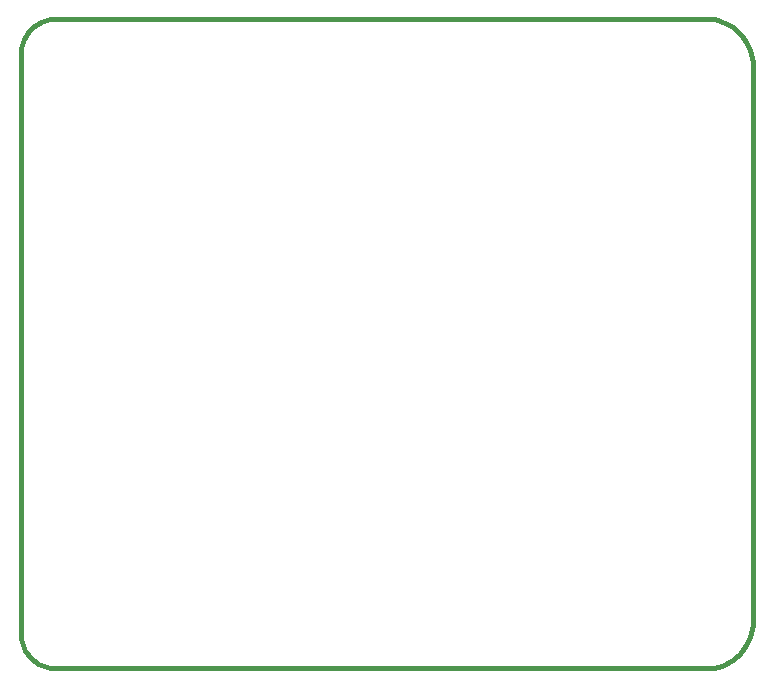
<source format=gbr>
G04 (created by PCBNEW-RS274X (2011-nov-30)-testing) date Wed 06 Jun 2012 08:38:00 PM EDT*
%MOIN*%
G04 Gerber Fmt 3.4, Leading zero omitted, Abs format*
%FSLAX34Y34*%
G01*
G70*
G90*
G04 APERTURE LIST*
%ADD10C,0.006*%
%ADD11C,0.015*%
G04 APERTURE END LIST*
G54D10*
G54D11*
X-3783Y20716D02*
X-3885Y20711D01*
X-3987Y20698D01*
X-4088Y20675D01*
X-4186Y20644D01*
X-4281Y20605D01*
X-4372Y20557D01*
X-4459Y20502D01*
X-4541Y20439D01*
X-4617Y20370D01*
X-4686Y20294D01*
X-4749Y20212D01*
X-4804Y20125D01*
X-4852Y20034D01*
X-4891Y19939D01*
X-4922Y19841D01*
X-4945Y19740D01*
X-4958Y19638D01*
X-4963Y19536D01*
X-4965Y245D02*
X-4960Y142D01*
X-4947Y40D01*
X-4924Y-60D01*
X-4893Y-159D01*
X-4854Y-254D01*
X-4806Y-345D01*
X-4751Y-432D01*
X-4688Y-514D01*
X-4618Y-590D01*
X-4542Y-660D01*
X-4460Y-723D01*
X-4373Y-778D01*
X-4282Y-826D01*
X-4187Y-865D01*
X-4088Y-896D01*
X-3988Y-919D01*
X-3886Y-932D01*
X-3783Y-937D01*
X17864Y-938D02*
X18001Y-932D01*
X18137Y-914D01*
X18271Y-884D01*
X18403Y-842D01*
X18530Y-790D01*
X18652Y-726D01*
X18767Y-652D01*
X18877Y-569D01*
X18978Y-476D01*
X19071Y-375D01*
X19154Y-265D01*
X19228Y-149D01*
X19292Y-28D01*
X19344Y99D01*
X19386Y231D01*
X19416Y365D01*
X19434Y501D01*
X19440Y638D01*
X17866Y20718D02*
X-3783Y20718D01*
X19439Y19143D02*
X19433Y19280D01*
X19415Y19416D01*
X19385Y19550D01*
X19344Y19681D01*
X19291Y19808D01*
X19227Y19930D01*
X19154Y20046D01*
X19070Y20155D01*
X18977Y20256D01*
X18876Y20349D01*
X18767Y20433D01*
X18651Y20506D01*
X18529Y20570D01*
X18402Y20623D01*
X18271Y20664D01*
X18137Y20694D01*
X18001Y20712D01*
X17864Y20718D01*
X-4963Y19536D02*
X-4963Y245D01*
X19440Y638D02*
X19440Y19143D01*
X-3783Y-937D02*
X17866Y-937D01*
M02*

</source>
